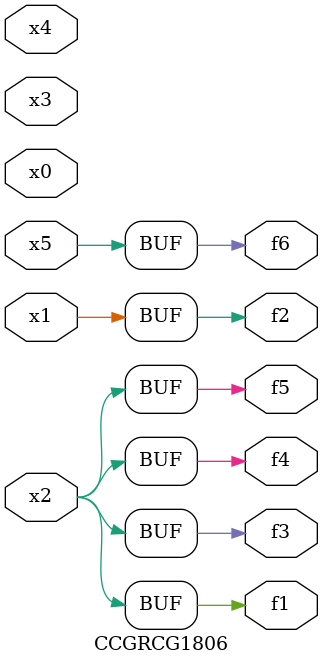
<source format=v>
module CCGRCG1806(
	input x0, x1, x2, x3, x4, x5,
	output f1, f2, f3, f4, f5, f6
);
	assign f1 = x2;
	assign f2 = x1;
	assign f3 = x2;
	assign f4 = x2;
	assign f5 = x2;
	assign f6 = x5;
endmodule

</source>
